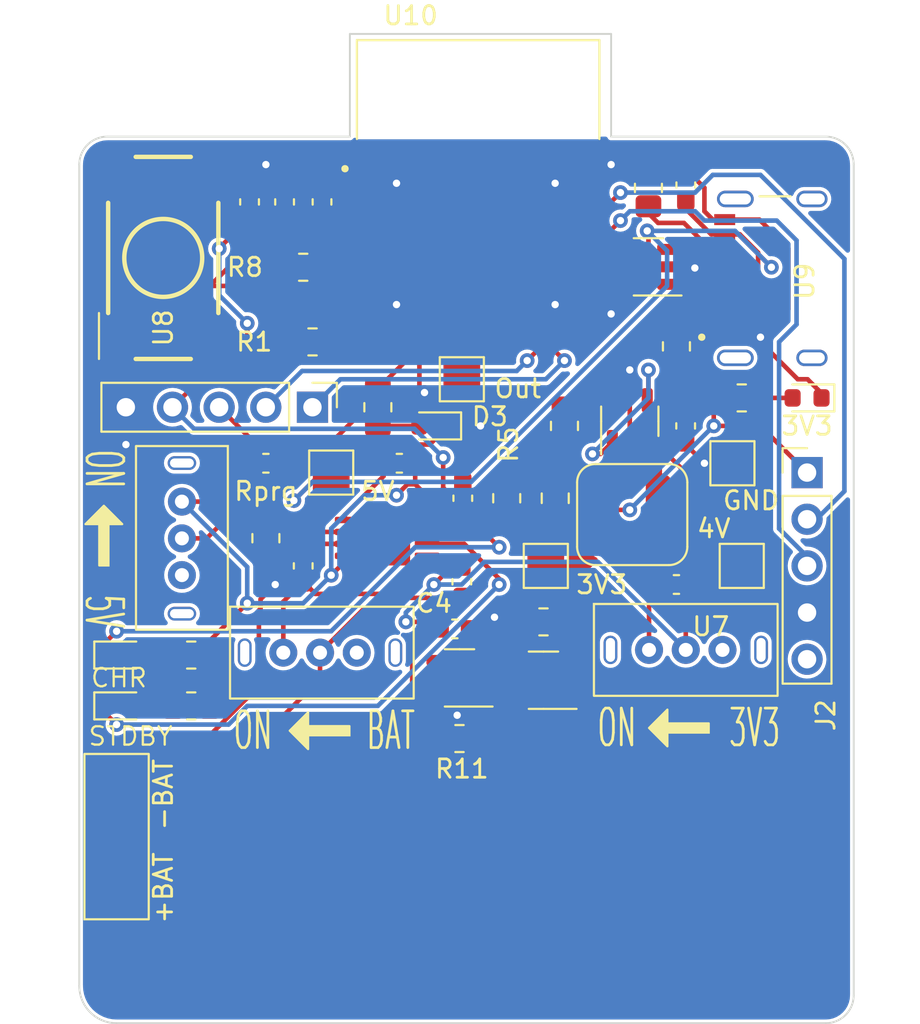
<source format=kicad_pcb>
(kicad_pcb (version 20211014) (generator pcbnew)
  (title_block (title "ECG") (company "Queen's"))
  (layers (0 "F.Cu" signal) (31 "B.Cu" signal) (34 "B.Paste" user) (35 "F.Paste" user) (36 "B.SilkS" user "B.Silkscreen") (37 "F.SilkS" user "F.Silkscreen") (38 "B.Mask" user) (39 "F.Mask" user) (44 "Edge.Cuts" user))
  (net 0 "")
  (net 1 "+3V3")
  (net 2 "BTN")
  (net 3 "+BATT")
  (net 4 "GND")
  (net 5 "+5V")
  (net 6 "BatO")
  (net 7 "+4V")
  (net 8 "Net-(C7-Pad2)")
  (net 9 "In_5V")
  (net 10 "Net-(D1-Pad1)")
  (net 11 "Net-(D1-Pad2)")
  (net 12 "Net-(D2-Pad1)")
  (net 13 "Net-(D2-Pad2)")
  (net 14 "Net-(D3-Pad2)")
  (net 15 "Net-(D4-Pad2)")
  (net 16 "+LO")
  (net 17 "-LO")
  (net 18 "Output")
  (net 19 "/TX")
  (net 20 "/RX")
  (net 21 "Net-(L1-Pad1)")
  (net 22 "LED")
  (net 23 "Net-(R8-Pad2)")
  (net 24 "Net-(R9-Pad1)")
  (net 25 "Net-(R10-Pad1)")
  (net 26 "Net-(Rprog1-Pad1)")
  (net 27 "DN")
  (net 28 "DNO")
  (net 29 "DPO")
  (net 30 "DP")
  (net 59 "Net-(R11-Pad1)")
  (net 60 "Net-(R12-Pad1)")
  (net 61 "Net-(R12-Pad2)")
  (net 63 "Net-(U11-Pad4)")
  (net 65 "Net-(U11-Pad6)")
  (footprint "Connector_PinHeader_2.54mm:PinHeader_1x05_P2.54mm_Vertical" (layer "F.Cu") (at 226.563 89.408 -90)
    (fp_text reference "J1" hide)
    (fp_text value "01x05_Female")
  )
  (footprint "Package_TO_SOT_SMD:SOT-23-6" (layer "F.Cu") (at 239.141 104.267 180)
    (fp_text reference "U11" hide)
    (fp_text value "FS8205A")
  )
  (footprint "Package_SO:MSOP-8-1EP_3x3mm_P0.65mm_EP2.5x3mm_Mask1.73x2.36mm" (layer "F.Cu") (at 230.632 96.52)
    (fp_text reference "U2" hide)
    (fp_text value "TP4056-C21417")
  )
  (footprint "Inductor:CY43-2.2uH" (layer "F.Cu") (at 243.9725 95.25 180)
    (fp_text reference "L1" hide)
    (fp_text value "2.2uH")
  )
  (footprint "Resistor_SMD:R_0805_2012Metric_Pad1.20x1.40mm_HandSolder" (layer "F.Cu") (at 234.569 107.442)
    (fp_text reference "R11")
    (fp_text value "100R")
  )
  (footprint "Capacitor_SMD:C_0603_1608Metric_Pad1.08x0.95mm_HandSolder" (layer "F.Cu") (at 224.028 92.456)
    (fp_text reference "C12" hide)
    (fp_text value "100nF")
  )
  (footprint "Resistor_SMD:R_0805_2012Metric_Pad1.20x1.40mm_HandSolder" (layer "F.Cu") (at 230.124 89.408 -90)
    (fp_text reference "R4" hide)
    (fp_text value "220")
  )
  (footprint "Package_TO_SOT_SMD:SOT-23-5" (layer "F.Cu") (at 243.84 90.17 90)
    (fp_text reference "U6" hide)
    (fp_text value "TLV62568DBV")
  )
  (footprint "Resistor_SMD:R_0805_2012Metric_Pad1.20x1.40mm_HandSolder" (layer "F.Cu") (at 219.964 105.664)
    (fp_text reference "R3" hide)
    (fp_text value "1K")
  )
  (footprint "Capacitor_SMD:C_0603_1608Metric_Pad1.08x0.95mm_HandSolder" (layer "F.Cu") (at 246.38 99.056)
    (fp_text reference "C13" hide)
    (fp_text value "100nF")
  )
  (footprint "ESP32:XCVR_ESP32-C3-MINI-1-N4" (layer "F.Cu") (at 235.585 77.724)
    (fp_text reference "U10")
    (fp_text value "ESP32-C3-MINI-1-N4")
  )
  (footprint "Resistor_SMD:R_0805_2012Metric_Pad1.20x1.40mm_HandSolder" (layer "F.Cu") (at 244.856 77.47 90)
    (fp_text reference "R10" hide)
    (fp_text value "5K1")
  )
  (footprint "Switches:3V3 SWT" (layer "F.Cu") (at 246.888 102.616)
    (fp_text reference "U7")
    (fp_text value "MCU_switch")
  )
  (footprint "Resistor_SMD:R_0805_2012Metric_Pad1.20x1.40mm_HandSolder" (layer "F.Cu") (at 226.568 85.852)
    (fp_text reference "R1")
    (fp_text value "10K")
  )
  (footprint "Capacitor_SMD:C_0603_1608Metric_Pad1.08x0.95mm_HandSolder" (layer "F.Cu") (at 225.046 78.232 -90)
    (fp_text reference "C1" hide)
    (fp_text value "100nF")
  )
  (footprint "Buttons:Tactile_pushbutton_6x6mm" (layer "F.Cu") (at 218.44 81.28 90)
    (fp_text reference "U8")
    (fp_text value "Tactile_push_button_6x6mm")
  )
  (footprint "Capacitor_SMD:C_0603_1608Metric_Pad1.08x0.95mm_HandSolder" (layer "F.Cu") (at 234.315 101.473)
    (fp_text reference "C4")
    (fp_text value "0.1uF")
  )
  (footprint "Switches:5V" (layer "F.Cu") (at 219.456 96.545 -90)
    (fp_text reference "U5" hide)
    (fp_text value "5V_switch")
  )
  (footprint "TestPoint:TestPoint_Pad_2.0x2.0mm" (layer "F.Cu") (at 227.584 92.964)
    (fp_text reference "5V")
    (fp_text value "TP 5V")
  )
  (footprint "TestPoint:TestPoint_Pad_2.0x2.0mm" (layer "F.Cu") (at 249.428 92.456)
    (fp_text reference "GND")
    (fp_text value "TP GND")
  )
  (footprint "Capacitor_SMD:C_0603_1608Metric_Pad1.08x0.95mm_HandSolder" (layer "F.Cu") (at 234.696 98.9065 -90)
    (fp_text reference "C5" hide)
    (fp_text value "100nF")
  )
  (footprint "Connector_PinHeader_2.54mm:PinHeader_1x05_P2.54mm_Vertical" (layer "F.Cu") (at 253.492 92.964)
    (fp_text reference "J2")
    (fp_text value "JST_01x04_Male")
  )
  (footprint "Resistor_SMD:R_0805_2012Metric_Pad1.20x1.40mm_HandSolder" (layer "F.Cu") (at 226.06 81.788)
    (fp_text reference "R8")
    (fp_text value "10K")
  )
  (footprint "Capacitor_SMD:C_0603_1608Metric_Pad1.08x0.95mm_HandSolder" (layer "F.Cu") (at 246.882 90.424 -90)
    (fp_text reference "C6" hide)
    (fp_text value "4.7uF")
  )
  (footprint "USBS:HRO_TYPE-C-31-M-12" (layer "F.Cu") (at 253.7575 82.395 90)
    (fp_text reference "U9")
    (fp_text value "USB-TYPE0-C-16P")
  )
  (footprint "LED_SMD:LED_0603_1608Metric" (layer "F.Cu") (at 216.17 105.664)
    (fp_text reference "STDBY")
    (fp_text value "Green LED")
  )
  (footprint "LED_SMD:LED_0603_1608Metric" (layer "F.Cu") (at 216.17 102.897)
    (fp_text reference "CHR")
    (fp_text value "RED")
  )
  (footprint "Resistor_SMD:R_0805_2012Metric_Pad1.20x1.40mm_HandSolder" (layer "F.Cu") (at 224.028 96.536 -90)
    (fp_text reference "Rprg")
    (fp_text value "1k4")
  )
  (footprint "Capacitor_SMD:C_0603_1608Metric_Pad1.08x0.95mm_HandSolder" (layer "F.Cu") (at 234.749 94.361 90)
    (fp_text reference "C8" hide)
    (fp_text value "10uF")
  )
  (footprint "LED_SMD:LED_0603_1608Metric" (layer "F.Cu") (at 233.172 90.424 180)
    (fp_text reference "D3")
    (fp_text value "Blue LED")
  )
  (footprint "Switches:Battery_swt" (layer "F.Cu") (at 226.976 102.765)
    (fp_text reference "U4" hide)
    (fp_text value "Battery_Switch")
  )
  (footprint "Resistor_SMD:R_0805_2012Metric_Pad1.20x1.40mm_HandSolder" (layer "F.Cu") (at 239.141 101.092 180)
    (fp_text reference "R12" hide)
    (fp_text value "1K")
  )
  (footprint "Package_TO_SOT_SMD:SOT-23-6" (layer "F.Cu") (at 244.856 81.7655 180)
    (fp_text reference "U3" hide)
    (fp_text value "USBLC6-2SC6")
  )
  (footprint "Resistor_SMD:R_0805_2012Metric_Pad1.20x1.40mm_HandSolder" (layer "F.Cu") (at 240.284 90.424 90)
    (fp_text reference "R6" hide)
    (fp_text value "10K")
  )
  (footprint "LED_SMD:LED_0603_1608Metric" (layer "F.Cu") (at 253.492 88.9 180)
    (fp_text reference "3V3")
    (fp_text value "LED")
  )
  (footprint "Resistor_SMD:R_0805_2012Metric_Pad1.20x1.40mm_HandSolder" (layer "F.Cu") (at 237.14025 94.361 90)
    (fp_text reference "R5")
    (fp_text value "45K")
  )
  (footprint "Capacitor_SMD:C_0603_1608Metric_Pad1.08x0.95mm_HandSolder" (layer "F.Cu") (at 226.06 98.044 90)
    (fp_text reference "C2" hide)
    (fp_text value "10uF")
  )
  (footprint "Resistor_SMD:R_0805_2012Metric_Pad1.20x1.40mm_HandSolder" (layer "F.Cu") (at 219.964 102.897)
    (fp_text reference "R2" hide)
    (fp_text value "1K")
  )
  (footprint "Resistor_SMD:R_0805_2012Metric_Pad1.20x1.40mm_HandSolder" (layer "F.Cu") (at 246.38 86.094 -90)
    (fp_text reference "R9" hide)
    (fp_text value "5K1")
  )
  (footprint "TestPoint:TestPoint_Pad_2.0x2.0mm" (layer "F.Cu") (at 234.696 87.884)
    (fp_text reference "Out")
    (fp_text value "TP Output")
  )
  (footprint "Capacitor_SMD:C_0603_1608Metric_Pad1.08x0.95mm_HandSolder" (layer "F.Cu") (at 223.139 78.232 90)
    (fp_text reference "C9" hide)
    (fp_text value "10uF")
  )
  (footprint "TestPoint:TestPoint_Pad_2.0x2.0mm" (layer "F.Cu") (at 249.936 98.044)
    (fp_text reference "4V")
    (fp_text value "TP 4V")
  )
  (footprint "TestPoint:TestPoint_Pad_2.0x2.0mm" (layer "F.Cu") (at 239.268 98.044)
    (fp_text reference "3V3")
    (fp_text value "TP 3V3")
  )
  (footprint "Capacitor_SMD:C_0603_1608Metric_Pad1.08x0.95mm_HandSolder" (layer "F.Cu") (at 227.084 78.232 90)
    (fp_text reference "C10" hide)
    (fp_text value "100nF")
  )
  (footprint "Package_TO_SOT_SMD:SOT-23-6" (layer "F.Cu") (at 234.569 104.14 180)
    (fp_text reference "U12" hide)
    (fp_text value "DW01")
  )
  (footprint "Capacitor_SMD:C_0805_2012Metric_Pad1.18x1.45mm_HandSolder" (layer "F.Cu") (at 239.7815 94.361 90)
    (fp_text reference "C7" hide)
    (fp_text value "10pF")
  )
  (footprint "Capacitor_SMD:C_0603_1608Metric_Pad1.08x0.95mm_HandSolder" (layer "F.Cu") (at 231.2935 92.456 180)
    (fp_text reference "C3" hide)
    (fp_text value "10uF")
  )
  (footprint "Resistor_SMD:R_0805_2012Metric_Pad1.20x1.40mm_HandSolder" (layer "F.Cu") (at 249.936 88.9)
    (fp_text reference "R7" hide)
    (fp_text value "220")
  )
  (footprint "Battery_solder_pads:Battery Solder Pad 2.5x2.0mm" (layer "F.Cu") (at 215.9 113.03 90)
    (fp_text reference "U1" hide)
    (fp_text value "Li-Po")
  )
  (footprint "Capacitor_SMD:C_0603_1608Metric_Pad1.08x0.95mm_HandSolder" (layer "F.Cu") (at 246.89 77.315 90)
    (fp_text reference "C11" hide)
    (fp_text value "10uF")
  )
  (gr_line (start 256.032 76.2) (end 256.032 121.412) (layer "Edge.Cuts") (width 0.1))
  (gr_line (start 254.508 122.936) (end 215.9 122.936) (layer "Edge.Cuts") (width 0.1))
  (gr_arc (start 215.9 122.936) (mid 214.463159 122.340841) (end 213.868 120.904) (layer "Edge.Cuts") (width 0.1))
  (gr_line (start 215.392 74.676) (end 228.6 74.676) (layer "Edge.Cuts") (width 0.1))
  (gr_line (start 228.6 74.676) (end 228.6 69.088) (layer "Edge.Cuts") (width 0.1))
  (gr_arc (start 256.032 121.412) (mid 255.585631 122.489631) (end 254.508 122.936) (layer "Edge.Cuts") (width 0.1))
  (gr_line (start 242.824 69.088) (end 242.824 74.676) (layer "Edge.Cuts") (width 0.1))
  (gr_arc (start 213.868 76.2) (mid 214.314369 75.122369) (end 215.392 74.676) (layer "Edge.Cuts") (width 0.1))
  (gr_line (start 213.868 120.904) (end 213.868 76.2) (layer "Edge.Cuts") (width 0.1))
  (gr_line (start 228.6 69.088) (end 242.824 69.088) (layer "Edge.Cuts") (width 0.1))
  (gr_arc (start 254.508 74.676) (mid 255.585631 75.122369) (end 256.032 76.2) (layer "Edge.Cuts") (width 0.1))
  (gr_line (start 242.824 74.676) (end 254.508 74.676) (layer "Edge.Cuts") (width 0.1))
  (segment (start 253 92.964) (end 253.492 92.964) (width 0.25) (layer "F.Cu") (net 1))
  (segment (start 242.7265 94.996) (end 242.4725 95.25) (width 0.25) (layer "F.Cu") (net 1))
  (segment (start 243.84 94.996) (end 242.7265 94.996) (width 0.25) (layer "F.Cu") (net 1))
  (segment (start 219.969 88.387) (end 220.472 87.884) (width 0.25) (layer "F.Cu") (net 1))
  (segment (start 250.952 90.424) (end 248.412 90.424) (width 0.25) (layer "F.Cu") (net 1))
  (segment (start 224.864 77.3695) (end 223.139 79.0945) (width 0.25) (layer "F.Cu") (net 1))
  (segment (start 219.964 88.387) (end 218.943 89.408) (width 0.25) (layer "F.Cu") (net 1))
  (segment (start 220.472 87.884) (end 221.996 87.884) (width 0.25) (layer "F.Cu") (net 1))
  (segment (start 219.964 88.387) (end 219.969 88.387) (width 0.25) (layer "F.Cu") (net 1))
  (segment (start 248.412 89.424) (end 248.936 88.9) (width 0.25) (layer "F.Cu") (net 1))
  (segment (start 225.046 77.3695) (end 224.864 77.3695) (width 0.25) (layer "F.Cu") (net 1))
  (segment (start 227.084 79.0945) (end 226.771 79.0945) (width 0.25) (layer "F.Cu") (net 1))
  (segment (start 221.488 80.7455) (end 223.139 79.0945) (width 0.25) (layer "F.Cu") (net 1))
  (segment (start 225.06 81.1185) (end 227.084 79.0945) (width 0.25) (layer "F.Cu") (net 1))
  (segment (start 226.771 79.0945) (end 225.046 77.3695) (width 0.25) (layer "F.Cu") (net 1))
  (segment (start 233.68 92.144771) (end 233.68 93.792005) (width 0.25) (layer "F.Cu") (net 1))
  (segment (start 253.492 92.964) (end 250.952 90.424) (width 0.25) (layer "F.Cu") (net 1))
  (segment (start 248.412 90.424) (end 248.412 89.424) (width 0.25) (layer "F.Cu") (net 1))
  (segment (start 225.06 81.788) (end 225.06 81.1185) (width 0.25) (layer "F.Cu") (net 1))
  (segment (start 234.749 94.861005) (end 234.749 95.2235) (width 0.25) (layer "F.Cu") (net 1))
  (segment (start 233.68 93.792005) (end 234.749 94.861005) (width 0.25) (layer "F.Cu") (net 1))
  (segment (start 229.685 78.024) (end 228.808 78.024) (width 0.25) (layer "F.Cu") (net 1))
  (segment (start 221.488 80.772) (end 221.488 80.7455) (width 0.25) (layer "F.Cu") (net 1))
  (segment (start 222.3505 79.0945) (end 220.94 77.684) (width 0.25) (layer "F.Cu") (net 1))
  (segment (start 223.139 79.0945) (end 222.3505 79.0945) (width 0.25) (layer "F.Cu") (net 1))
  (segment (start 227.7375 79.0945) (end 227.084 79.0945) (width 0.25) (layer "F.Cu") (net 1))
  (segment (start 220.94 77.684) (end 220.94 76.78) (width 0.25) (layer "F.Cu") (net 1))
  (segment (start 223.012 84.836) (end 223.012 86.868) (width 0.25) (layer "F.Cu") (net 1))
  (segment (start 228.808 78.024) (end 227.7375 79.0945) (width 0.25) (layer "F.Cu") (net 1))
  (segment (start 223.012 86.868) (end 221.996 87.884) (width 0.25) (layer "F.Cu") (net 1))
  (segment (start 253.254 92.964) (end 254 92.964) (width 0.25) (layer "F.Cu") (net 1))
  (via (at 248.412 90.424) (size 0.8) (drill 0.4) (layers "F.Cu" "B.Cu") (net 1))
  (via (at 243.84 94.996) (size 0.8) (drill 0.4) (layers "F.Cu" "B.Cu") (net 1))
  (via (at 223.012 84.836) (size 0.8) (drill 0.4) (layers "F.Cu" "B.Cu") (net 1))
  (via (at 221.488 80.772) (size 0.8) (drill 0.4) (layers "F.Cu" "B.Cu") (net 1))
  (via (at 233.68 92.144771) (size 0.8) (drill 0.4) (layers "F.Cu" "B.Cu") (net 1))
  (segment (start 221.488 83.312) (end 223.012 84.836) (width 0.25) (layer "B.Cu") (net 1))
  (segment (start 243.84 94.986695) (end 243.84 94.996) (width 0.25) (layer "B.Cu") (net 1))
  (segment (start 221.488 80.772) (end 221.488 83.312) (width 0.25) (layer "B.Cu") (net 1))
  (segment (start 232.118229 90.583) (end 220.118 90.583) (width 0.25) (layer "B.Cu") (net 1))
  (segment (start 233.68 92.144771) (end 232.118229 90.583) (width 0.25) (layer "B.Cu") (net 1))
  (segment (start 248.402695 90.424) (end 243.84 94.986695) (width 0.25) (layer "B.Cu") (net 1))
  (segment (start 220.118 90.583) (end 218.943 89.408) (width 0.25) (layer "B.Cu") (net 1))
  (segment (start 248.412 90.424) (end 248.402695 90.424) (width 0.25) (layer "B.Cu") (net 1))
  (segment (start 224.6895 79.0945) (end 225.046 79.0945) (width 0.25) (layer "F.Cu") (net 2))
  (segment (start 215.94 85.78) (end 218.004 85.78) (width 0.25) (layer "F.Cu") (net 2))
  (segment (start 220.98 82.804) (end 224.6895 79.0945) (width 0.25) (layer "F.Cu") (net 2))
  (segment (start 228.165173 86.868) (end 228.156173 86.877) (width 0.25) (layer "F.Cu") (net 2))
  (segment (start 230.785 85.324) (end 230.785 86.08) (width 0.25) (layer "F.Cu") (net 2))
  (segment (start 222.52 82.804) (end 225.191 85.475) (width 0.25) (layer "F.Cu") (net 2))
  (segment (start 226.593 86.877) (end 225.568 85.852) (width 0.25) (layer "F.Cu") (net 2))
  (segment (start 228.156173 86.877) (end 226.593 86.877) (width 0.25) (layer "F.Cu") (net 2))
  (segment (start 220.98 82.804) (end 222.52 82.804) (width 0.25) (layer "F.Cu") (net 2))
  (segment (start 218.004 85.78) (end 220.98 82.804) (width 0.25) (layer "F.Cu") (net 2))
  (segment (start 230.785 86.08) (end 229.997 86.868) (width 0.25) (layer "F.Cu") (net 2))
  (segment (start 229.997 86.868) (end 228.165173 86.868) (width 0.25) (layer "F.Cu") (net 2))
  (segment (start 235.569 107.442) (end 234.299 108.712) (width 0.25) (layer "F.Cu") (net 3))
  (segment (start 231.994 108.042) (end 231.994 102.9315) (width 0.25) (layer "F.Cu") (net 3))
  (segment (start 246.888 99.4105) (end 247.2425 99.056) (width 0.25) (layer "F.Cu") (net 3))
  (segment (start 234.188 98.044) (end 233.172 99.06) (width 0.25) (layer "F.Cu") (net 3))
  (segment (start 230.857 99.568) (end 226.7215 99.568) (width 0.25) (layer "F.Cu") (net 3))
  (segment (start 246.888 102.616) (end 246.888 99.4105) (width 0.25) (layer "F.Cu") (net 3))
  (segment (start 226.7215 99.568) (end 226.06 98.9065) (width 0.25) (layer "F.Cu") (net 3))
  (segment (start 233.0715 101.092) (end 233.4525 101.473) (width 0.25) (layer "F.Cu") (net 3))
  (segment (start 234.147 97.495) (end 234.696 98.044) (width 0.25) (layer "F.Cu") (net 3))
  (segment (start 234.696 98.044) (end 234.188 98.044) (width 0.25) (layer "F.Cu") (net 3))
  (segment (start 232.664 108.712) (end 231.994 108.042) (width 0.25) (layer "F.Cu") (net 3))
  (segment (start 224.976 99.9905) (end 226.06 98.9065) (width 0.25) (layer "F.Cu") (net 3))
  (segment (start 224.976 102.765) (end 224.976 99.9905) (width 0.25) (layer "F.Cu") (net 3))
  (segment (start 232.68 97.745) (end 230.857 99.568) (width 0.25) (layer "F.Cu") (net 3))
  (segment (start 232.68 97.495) (end 234.147 97.495) (width 0.25) (layer "F.Cu") (net 3))
  (segment (start 231.994 102.9315) (end 233.4525 101.473) (width 0.25) (layer "F.Cu") (net 3))
  (segment (start 234.299 108.712) (end 232.664 108.712) (width 0.25) (layer "F.Cu") (net 3))
  (segment (start 232.68 97.495) (end 232.68 97.745) (width 0.25) (layer "F.Cu") (net 3))
  (segment (start 231.648 101.092) (end 233.0715 101.092) (width 0.25) (layer "F.Cu") (net 3))
  (via (at 233.172 99.06) (size 0.8) (drill 0.4) (layers "F.Cu" "B.Cu") (net 3))
  (via (at 231.648 101.092) (size 0.8) (drill 0.4) (layers "F.Cu" "B.Cu") (net 3))
  (segment (start 234.686695 99.06) (end 235.919695 97.827) (width 0.25) (layer "B.Cu") (net 3))
  (segment (start 233.172 99.06) (end 231.648 100.584) (width 0.25) (layer "B.Cu") (net 3))
  (segment (start 233.172 99.06) (end 234.686695 99.06) (width 0.25) (layer "B.Cu") (net 3))
  (segment (start 235.919695 97.827) (end 242.099 97.827) (width 0.25) (layer "B.Cu") (net 3))
  (segment (start 231.648 100.584) (end 231.648 101.092) (width 0.25) (layer "B.Cu") (net 3))
  (segment (start 242.099 97.827) (end 246.888 102.616) (width 0.25) (layer "B.Cu") (net 3))
  (segment (start 245.9935 81.7655) (end 247.318756 81.7655) (width 0.25) (layer "F.Cu") (net 4))
  (segment (start 216.403 91.435) (end 216.408 91.44) (width 0.25) (layer "F.Cu") (net 4))
  (segment (start 242.098 75.474) (end 242.824 76.2) (width 0.25) (layer "F.Cu") (net 4))
  (segment (start 223.139 77.3695) (end 223.139 77.089) (width 0.25) (layer "F.Cu") (net 4))
  (segment (start 235.1775 101.473) (end 235.839 101.473) (width 0.25) (layer "F.Cu") (net 4))
  (segment (start 216.403 89.408) (end 216.403 91.435) (width 0.25) (layer "F.Cu") (net 4))
  (segment (start 250.955 85.595) (end 249.0075 85.595) (width 0.25) (layer "F.Cu") (net 4))
  (segment (start 242.332 87.376) (end 240.284 89.424) (width 0.25) (layer "F.Cu") (net 4))
  (segment (start 247.904 77.4665) (end 247.904 78.74) (width 0.25) (layer "F.Cu") (net 4))
  (segment (start 237.56 82.399) (end 237.56 80.424) (width 0.25) (layer "F.Cu") (net 4))
  (segment (start 224.028 98.552) (end 224.536 99.06) (width 0.25) (layer "F.Cu") (net 4))
  (segment (start 223.647 104.594173) (end 217.961173 110.28) (width 0.25) (layer "F.Cu") (net 4))
  (segment (start 250.955 85.595) (end 252.476 84.074) (width 0.25) (layer "F.Cu") (net 4))
  (segment (start 230.431 93.165) (end 230.431 92.456) (width 0.25) (layer "F.Cu") (net 4))
  (segment (start 250.899 79.195) (end 249.0075 79.195) (width 0.25) (layer "F.Cu") (net 4))
  (segment (start 223.139 77.089) (end 224.028 76.2) (width 0.25) (layer "F.Cu") (net 4))
  (segment (start 235.585 82.399) (end 235.585 80.424) (width 0.25) (layer "F.Cu") (net 4))
  (segment (start 242.824 84.328) (end 241.778 85.374) (width 0.25) (layer "F.Cu") (net 4))
  (segment (start 252.476 80.772) (end 250.899 79.195) (width 0.25) (layer "F.Cu") (net 4))
  (segment (start 247.904 92.456) (end 246.882 91.434) (width 0.25) (layer "F.Cu") (net 4))
  (segment (start 227.2295 77.224) (end 229.685 77.224) (width 0.25) (layer "F.Cu") (net 4))
  (segment (start 237.56 80.424) (end 237.56 78.449) (width 0.25) (layer "F.Cu") (net 4))
  (segment (start 246.38 87.094) (end 246.098 87.094) (width 0.25) (layer "F.Cu") (net 4))
  (segment (start 233.61 82.399) (end 235.585 82.399) (width 0.25) (layer "F.Cu") (net 4))
  (segment (start 239.141 100.203) (end 238.887 99.949) (width 0.25) (layer "F.Cu") (net 4))
  (segment (start 247.879 85.595) (end 249.0075 85.595) (width 0.25) (layer "F.Cu") (net 4))
  (segment (start 224.3825 97.1815) (end 224.028 97.536) (width 0.25) (layer "F.Cu") (net 4))
  (segment (start 232.385 88.3295) (end 232.385 85.324) (width 0.25) (layer "F.Cu") (net 4))
  (segment (start 244.4925 76.4525) (end 244.475 76.47) (width 0.25) (layer "F.Cu") (net 4))
  (segment (start 244.475 76.47) (end 244.475 76.327) (width 0.25) (layer "F.Cu") (net 4))
  (segment (start 238.887 99.949) (end 237.236 99.949) (width 0.25) (layer "F.Cu") (net 4))
  (segment (start 239.141 104.463751) (end 239.141 100.203) (width 0.25) (layer "F.Cu") (net 4))
  (segment (start 243.622 75.474) (end 241.535 75.474) (width 0.25) (layer "F.Cu") (net 4))
  (segment (start 235.585 80.424) (end 233.61 80.424) (width 0.25) (layer "F.Cu") (net 4))
  (segment (start 235.585 80.424) (end 235.585 78.449) (width 0.25) (layer "F.Cu") (net 4))
  (segment (start 234.442 106.1005) (end 233.4315 105.09) (width 0.25) (layer "F.Cu") (net 4))
  (segment (start 246.098 87.094) (end 245.364 86.36) (width 0.25) (layer "F.Cu") (net 4))
  (segment (start 224.028 97.536) (end 224.028 98.552) (width 0.25) (layer "F.Cu") (net 4))
  (segment (start 240.2785 105.217) (end 239.894249 105.217) (width 0.25) (layer "F.Cu") (net 4))
  (segment (start 228.33 96.845) (end 226.3965 96.845) (width 0.25) (layer "F.Cu") (net 4))
  (segment (start 252.984 87.884) (end 253.5175 87.884) (width 0.25) (layer "F.Cu") (net 4))
  (segment (start 230.431 92.149) (end 231.14 91.44) (width 0.25) (layer "F.Cu") (net 4))
  (segment (start 235.839 101.473) (end 236.474 100.838) (width 0.25) (layer "F.Cu") (net 4))
  (segment (start 252.476 84.074) (end 252.476 80.772) (width 0.25) (layer "F.Cu") (net 4))
  (segment (start 227.084 77.3695) (end 227.2295 77.224) (width 0.25) (layer "F.Cu") (net 4))
  (segment (start 243.84 87.376) (end 242.332 87.376) (width 0.25) (layer "F.Cu") (net 4))
  (segment (start 243.84 86.868) (end 243.84 87.376) (width 0.25) (layer "F.Cu") (net 4))
  (segment (start 224.536 99.06) (end 223.737 99.859) (width 0.25) (layer "F.Cu") (net 4))
  (segment (start 226.3965 96.845) (end 226.06 97.1815) (width 0.25) (layer "F.Cu") (net 4))
  (segment (start 237.236 99.949) (end 236.474 100.711) (width 0.25) (layer "F.Cu") (net 4))
  (segment (start 235.585 82.399) (end 237.56 82.399) (width 0.25) (layer "F.Cu") (net 4))
  (segment (start 217.961173 110.28) (end 215.9 110.28) (width 0.25) (layer "F.Cu") (net 4))
  (segment (start 226.06 97.1815) (end 224.3825 97.1815) (width 0.25) (layer "F.Cu") (net 4))
  (segment (start 223.737 100.376305) (end 223.647 100.466305) (width 0.25) (layer "F.Cu") (net 4))
  (segment (start 237.56 78.449) (end 235.585 78.449) (width 0.25) (layer "F.Cu") (net 4))
  (segment (start 228.33 95.545) (end 228.33 95.266) (width 0.25) (layer "F.Cu") (net 4))
  (segment (start 234.188 90.424) (end 234.696 90.932) (width 0.25) (layer "F.Cu") (net 4))
  (segment (start 246.882 91.434) (end 246.882 91.2865) (width 0.25) (layer "F.Cu") (net 4))
  (segment (start 249.428 92.456) (end 247.904 92.456) (width 0.25) (layer "F.Cu") (net 4))
  (segment (start 239.894249 105.217) (end 239.141 104.463751) (width 0.25) (layer "F.Cu") (net 4))
  (segment (start 247.318756 81.7655) (end 247.382314 81.829058) (width 0.25) (layer "F.Cu") (net 4))
  (segment (start 243.84 87.376) (end 243.84 91.3075) (width 0.25) (layer "F.Cu") (net 4))
  (segment (start 227.568 85.852) (end 229.157 85.852) (width 0.25) (layer "F.Cu") (net 4))
  (segment (start 234.442 106.172) (end 234.442 106.1005) (width 0.25) (layer "F.Cu") (net 4))
  (segment (start 234.696 90.932) (end 234.696 93.4455) (width 0.25) (layer "F.Cu") (net 4))
  (segment (start 244.348 86.36) (end 243.84 86.868) (width 0.25) (layer "F.Cu") (net 4))
  (segment (start 228.33 95.266) (end 230.431 93.165) (width 0.25) (layer "F.Cu") (net 4))
  (segment (start 229.157 85.852) (end 229.635 85.374) (width 0.25) (layer "F.Cu") (net 4))
  (segment (start 232.9435 91.44) (end 233.9595 90.424) (width 0.25) (layer "F.Cu") (net 4))
  (segment (start 248.412 79.248) (end 248.9545 79.248) (width 0.25) (layer "F.Cu") (net 4))
  (segment (start 223.647 100.466305) (end 223.647 104.594173) (width 0.25) (layer "F.Cu") (net 4))
  (segment (start 245.364 86.36) (end 244.348 86.36) (width 0.25) (layer "F.Cu") (net 4))
  (segment (start 247.904 78.74) (end 248.412 79.248) (width 0.25) (layer "F.Cu") (net 4))
  (segment (start 233.61 82.399) (end 233.61 80.424) (width 0.25) (layer "F.Cu") (net 4))
  (segment (start 225.9145 76.2) (end 227.084 77.3695) (width 0.25) (layer "F.Cu") (net 4))
  (segment (start 244.475 76.327) (end 243.622 75.474) (width 0.25) (layer "F.Cu") (net 4))
  (segment (start 248.9545 79.248) (end 249.0075 79.195) (width 0.25) (layer "F.Cu") (net 4))
  (segment (start 237.56 80.424) (end 235.585 80.424) (width 0.25) (layer "F.Cu") (net 4))
  (segment (start 235.712 90.424) (end 233.9595 90.424) (width 0.25) (layer "F.Cu") (net 4))
  (segment (start 232.664 88.6085) (end 232.385 88.3295) (width 0.25) (layer "F.Cu") (net 4))
  (segment (start 249.0075 85.595) (end 250.695 85.595) (width 0.25) (layer "F.Cu") (net 4))
  (segment (start 233.61 78.449) (end 235.585 78.449) (width 0.25) (layer "F.Cu") (net 4))
  (segment (start 246.38 87.094) (end 247.879 85.595) (width 0.25) (layer "F.Cu") (net 4))
  (segment (start 246.89 76.4525) (end 244.4925 76.4525) (width 0.25) (layer "F.Cu") (net 4))
  (segment (start 234.696 93.4455) (end 234.749 93.4985) (width 0.25) (layer "F.Cu") (net 4))
  (segment (start 250.695 85.595) (end 252.984 87.884) (width 0.25) (layer "F.Cu") (net 4))
  (segment (start 241.535 75.474) (end 242.098 75.474) (width 0.25) (layer "F.Cu") (net 4))
  (segment (start 233.61 78.449) (end 233.61 80.424) (width 0.25) (layer "F.Cu") (net 4))
  (segment (start 223.737 99.859) (end 223.737 100.376305) (width 0.25) (layer "F.Cu") (net 4))
  (segment (start 231.14 91.44) (end 232.9435 91.44) (width 0.25) (layer "F.Cu") (net 4))
  (segment (start 233.9595 90.424) (end 234.188 90.424) (width 0.25) (layer "F.Cu") (net 4))
  (segment (start 253.5175 87.884) (end 254.5335 88.9) (width 0.25) (layer "F.Cu") (net 4))
  (segment (start 236.474 100.711) (end 236.474 100.838) (width 0.25) (layer "F.Cu") (net 4))
  (segment (start 241.778 85.374) (end 241.535 85.374) (width 0.25) (layer "F.Cu") (net 4))
  (segment (start 245.896749 87.094) (end 246.38 87.094) (width 0.25) (layer "F.Cu") (net 4))
  (segment (start 224.028 76.2) (end 225.9145 76.2) (width 0.25) (layer "F.Cu") (net 4))
  (segment (start 246.89 76.4525) (end 247.904 77.4665) (width 0.25) (layer "F.Cu") (net 4))
  (via (at 242.824 84.328) (size 0.8) (drill 0.4) (layers "F.Cu" "B.Cu") (net 4))
  (via (at 242.824 76.2) (size 0.8) (drill 0.4) (layers "F.Cu" "B.Cu") (net 4))
  (via (at 232.664 88.6085) (size 0.8) (drill 0.4) (layers "F.Cu" "B.Cu") (net 4))
  (via (at 231.14 77.216) (size 0.8) (drill 0.4) (layers "F.Cu" "B.Cu") (net 4))
  (via (at 250.955 85.595) (size 0.8) (drill 0.4) (layers "F.Cu" "B.Cu") (net 4))
  (via (at 243.84 87.376) (size 0.8) (drill 0.4) (layers "F.Cu" "B.Cu") (net 4))
  (via (at 224.028 76.2) (size 0.8) (drill 0.4) (layers "F.Cu" "B.Cu") (net 4))
  (via (at 239.776 77.216) (size 0.8) (drill 0.4) (layers "F.Cu" "B.Cu") (net 4))
  (via (at 247.382314 81.829058) (size 0.8) (drill 0.4) (layers "F.Cu" "B.Cu") (net 4))
  (via (at 231.14 83.82) (size 0.8) (drill 0.4) (layers "F.Cu" "B.Cu") (net 4))
  (via (at 235.712 90.424) (size 0.8) (drill 0.4) (layers "F.Cu" "B.Cu") (net 4))
  (via (at 247.904 92.456) (size 0.8) (drill 0.4) (layers "F.Cu" "B.Cu") (net 4))
  (via (at 234.442 106.172) (size 0.8) (drill 0.4) (layers "F.Cu" "B.Cu") (net 4))
  (via (at 236.474 100.838) (size 0.8) (drill 0.4) (layers "F.Cu" "B.Cu") (net 4))
  (via (at 216.408 91.44) (size 0.8) (drill 0.4) (layers "F.Cu" "B.Cu") (net 4))
  (via (at 239.776 83.82) (size 0.8) (drill 0.4) (layers "F.Cu" "B.Cu") (net 4))
  (via (at 224.536 99.06) (size 0.8) (drill 0.4) (layers "F.Cu" "B.Cu") (net 4))
  (segment (start 221.0765 94.545) (end 223.1655 92.456) (width 0.25) (layer "F.Cu") (net 5))
  (segment (start 220.964 105.664) (end 220.964 102.897) (width 0.25) (layer "F.Cu") (net 5))
  (segment (start 219.456 94.545) (end 221.0765 94.545) (width 0.25) (layer "F.Cu") (net 5))
  (segment (start 232.156 93.601) (end 232.156 92.456) (width 0.25) (layer "F.Cu") (net 5))
  (segment (start 223.012 100.076) (end 220.964 102.124) (width 0.25) (layer "F.Cu") (net 5))
  (segment (start 228.33 97.806) (end 227.584 98.552) (width 0.25) (layer "F.Cu") (net 5))
  (segment (start 231.7355 93.601) (end 231.14 94.1965) (width 0.25) (layer "F.Cu") (net 5))
  (segment (start 232.68 94.125) (end 232.156 93.601) (width 0.25) (layer "F.Cu") (net 5))
  (segment (start 219.456 94.545) (end 219.456 94.488) (width 0.25) (layer "F.Cu") (net 5))
  (segment (start 220.964 102.124) (end 220.964 102.897) (width 0.25) (layer "F.Cu") (net 5))
  (segment (start 232.68 95.545) (end 232.68 94.125) (width 0.25) (layer "F.Cu") (net 5))
  (segment (start 228.33 97.495) (end 228.33 97.806) (width 0.25) (layer "F.Cu") (net 5))
  (segment (start 232.156 93.601) (end 231.7355 93.601) (width 0.25) (layer "F.Cu") (net 5))
  (via (at 223.012 100.076) (size 0.8) (drill 0.4) (layers "F.Cu" "B.Cu") (net 5))
  (via (at 231.14 94.1965) (size 0.8) (drill 0.4) (layers "F.Cu" "B.Cu") (net 5))
  (via (at 227.584 98.552) (size 0.8) (drill 0.4) (layers "F.Cu" "B.Cu") (net 5))
  (segment (start 227.584 96.012) (end 227.584 98.552) (width 0.25) (layer "B.Cu") (net 5))
  (segment (start 223.012 100.076) (end 223.012 98.101) (width 0.25) (layer "B.Cu") (net 5))
  (segment (start 227.584 98.552) (end 226.06 100.076) (width 0.25) (layer "B.Cu") (net 5))
  (segment (start 231.14 94.1965) (end 229.3995 94.1965) (width 0.25) (layer "B.Cu") (net 5))
  (segment (start 229.3995 94.1965) (end 227.584 96.012) (width 0.25) (layer "B.Cu") (net 5))
  (segment (start 223.012 98.101) (end 219.456 94.545) (width 0.25) (layer "B.Cu") (net 5))
  (segment (start 226.06 100.076) (end 223.012 100.076) (width 0.25) (layer "B.Cu") (net 5))
  (segment (start 226.976 104.204) (end 215.9 115.28) (width 0.25) (layer "F.Cu") (net 6))
  (segment (start 229.284 100.457) (end 226.976 102.765) (width 0.25) (layer "F.Cu") (net 6))
  (segment (start 230.886 100.457) (end 229.284 100.457) (width 0.25) (layer "F.Cu") (net 6))
  (segment (start 234.696 99.769) (end 234.68 99.785) (width 0.25) (layer "F.Cu") (net 6))
  (segment (start 231.558 99.785) (end 230.886 100.457) (width 0.25) (layer "F.Cu") (net 6))
  (segment (start 234.68 99.785) (end 231.558 99.785) (width 0.25) (layer "F.Cu") (net 6))
  (segment (start 226.976 102.765) (end 226.976 104.204) (width 0.25) (layer "F.Cu") (net 6))
  (segment (start 245.9225 89.7655) (end 245.7185 89.5615) (width 0.25) (layer "F.Cu") (net 7))
  (segment (start 245.7185 89.5615) (end 245.319 89.5615) (width 0.25) (layer "F.Cu") (net 7))
  (segment (start 247.396 98.044) (end 246.5295 98.044) (width 0.25) (layer "F.Cu") (net 7))
  (segment (start 247.396 93.481305) (end 245.9225 92.007805) (width 0.25) (layer "F.Cu") (net 7))
  (segment (start 244.856 87.376) (end 244.856 88.9665) (width 0.25) (layer "F.Cu") (net 7))
  (segment (start 247.396 98.044) (end 247.396 93.481305) (width 0.25) (layer "F.Cu") (net 7))
  (segment (start 245.9225 92.007805) (end 245.9225 89.7655) (width 0.25) (layer "F.Cu") (net 7))
  (segment (start 241.808 91.948) (end 242.2495 91.948) (width 0.25) (layer "F.Cu") (net 7))
  (segment (start 242.2495 91.948) (end 242.89 91.3075) (width 0.25) (layer "F.Cu") (net 7))
  (segment (start 246.5295 98.044) (end 245.5175 99.056) (width 0.25) (layer "F.Cu") (net 7))
  (segment (start 244.888 102.616) (end 244.888 99.6855) (width 0.25) (layer "F.Cu") (net 7))
  (segment (start 244.856 88.9665) (end 244.79 89.0325) (width 0.25) (layer "F.Cu") (net 7))
  (segment (start 246.882 89.5615) (end 245.7185 89.5615) (width 0.25) (layer "F.Cu") (net 7))
  (segment (start 249.936 98.044) (end 247.396 98.044) (width 0.25) (layer "F.Cu") (net 7))
  (segment (start 244.888 99.6855) (end 245.5175 99.056) (width 0.25) (layer "F.Cu") (net 7))
  (segment (start 245.319 89.5615) (end 244.79 89.0325) (width 0.25) (layer "F.Cu") (net 7))
  (via (at 244.856 87.376) (size 0.8) (drill 0.4) (layers "F.Cu" "B.Cu") (net 7))
  (via (at 241.808 91.948) (size 0.8) (drill 0.4) (layers "F.Cu" "B.Cu") (net 7))
  (segment (start 244.856 88.9) (end 241.808 91.948) (width 0.25) (layer "B.Cu") (net 7))
  (segment (start 244.856 87.376) (end 244.856 88.9) (width 0.25) (layer "B.Cu") (net 7))
  (segment (start 239.744 93.361) (end 239.7815 93.3235) (width 0.25) (layer "F.Cu") (net 8))
  (segment (start 239.7815 91.9265) (end 240.284 91.424) (width 0.25) (layer "F.Cu") (net 8))
  (segment (start 237.14025 93.361) (end 239.744 93.361) (width 0.25) (layer "F.Cu") (net 8))
  (segment (start 239.7815 93.3235) (end 239.7815 91.9265) (width 0.25) (layer "F.Cu") (net 8))
  (segment (start 240.4985 91.424) (end 240.284 91.424) (width 0.25) (layer "F.Cu") (net 8))
  (segment (start 242.89 89.0325) (end 240.4985 91.424) (width 0.25) (layer "F.Cu") (net 8))
  (segment (start 244.787744 79.807342) (end 244.856 79.875598) (width 0.25) (layer "F.Cu") (net 9))
  (segment (start 244.3705 81.7655) (end 243.7185 81.7655) (width 0.25) (layer "F.Cu") (net 9))
  (segment (start 244.856 79.875598) (end 244.856 81.28) (width 0.25) (layer "F.Cu") (net 9))
  (segment (start 249.7565 79.995) (end 249.0075 79.995) (width 0.25) (layer "F.Cu") (net 9))
  (segment (start 224.8905 92.456) (end 225.3985 92.964) (width 0.25) (layer "F.Cu") (net 9))
  (segment (start 250.825 84.455) (end 250.485 84.795) (width 0.25) (layer "F.Cu") (net 9))
  (segment (start 249.8275 79.995) (end 249.0075 79.995) (width 0.25) (layer "F.Cu") (net 9))
  (segment (start 246.89 78.615) (end 248.27 79.995) (width 0.25) (layer "F.Cu") (net 9))
  (segment (start 220.8015 96.545) (end 219.456 96.545) (width 0.25) (layer "F.Cu") (net 9))
  (segment (start 225.3985 92.964) (end 227.584 92.964) (width 0.25) (layer "F.Cu") (net 9))
  (segment (start 224.8905 92.456) (end 220.8015 96.545) (width 0.25) (layer "F.Cu") (net 9))
  (segment (start 250.825 80.9925) (end 250.825 84.455) (width 0.25) (layer "F.Cu") (net 9))
  (segment (start 227.076 92.964) (end 227.584 92.964) (width 0.25) (layer "F.Cu") (net 9))
  (segment (start 250.485 84.795) (end 249.0075 84.795) (width 0.25) (layer "F.Cu") (net 9))
  (segment (start 251.5495 81.788) (end 249.7565 79.995) (width 0.25) (layer "F.Cu") (net 9))
  (segment (start 244.856 81.28) (end 244.3705 81.7655) (width 0.25) (layer "F.Cu") (net 9))
  (segment (start 225.552 94.488) (end 227.076 92.964) (width 0.25) (layer "F.Cu") (net 9))
  (segment (start 246.89 78.1775) (end 246.89 78.615) (width 0.25) (layer "F.Cu") (net 9))
  (segment (start 250.825 80.9925) (end 249.8275 79.995) (width 0.25) (layer "F.Cu") (net 9))
  (segment (start 248.27 79.995) (end 249.0075 79.995) (width 0.25) (layer "F.Cu") (net 9))
  (via (at 244.787744 79.807342) (size 0.8) (drill 0.4) (layers "F.Cu" "B.Cu") (net 9))
  (via (at 225.552 94.488) (size 0.8) (drill 0.4) (layers "F.Cu" "B.Cu") (net 9))
  (via (at 251.5495 81.788) (size 0.8) (drill 0.4) (layers "F.Cu" "B.Cu") (net 9))
  (segment (start 226.568 93.472) (end 235.204 93.472) (width 0.25) (layer "B.Cu") (net 9))
  (segment (start 249.568842 79.807342) (end 244.787744 79.807342) (width 0.25) (layer "B.Cu") (net 9))
  (segment (start 225.552 94.488) (end 226.568 93.472) (width 0.25) (layer "B.Cu") (net 9))
  (segment (start 245.872 80.891598) (end 245.872 82.804) (width 0.25) (layer "B.Cu") (net 9))
  (segment (start 245.872 82.804) (end 235.204 93.472) (width 0.25) (layer "B.Cu") (net 9))
  (segment (start 244.787744 79.807342) (end 245.872 80.891598) (width 0.25) (layer "B.Cu") (net 9))
  (segment (start 251.5495 81.788) (end 249.568842 79.807342) (width 0.25) (layer "B.Cu") (net 9))
  (segment (start 215.3825 102.1175) (end 215.9 101.6) (width 0.25) (layer "F.Cu") (net 10))
  (segment (start 235.895 96.195) (end 236.728 97.028) (width 0.25) (layer "F.Cu") (net 10))
  (segment (start 215.3825 102.897) (end 215.3825 102.1175) (width 0.25) (layer "F.Cu") (net 10))
  (segment (start 232.68 96.195) (end 235.895 96.195) (width 0.25) (layer "F.Cu") (net 10))
  (via (at 236.728 97.028) (size 0.8) (drill 0.4) (layers "F.Cu" "B.Cu") (net 10))
  (via (at 215.9 101.6) (size 0.8) (drill 0.4) (layers "F.Cu" "B.Cu") (net 10))
  (segment (start 232.156 97.028) (end 227.584 101.6) (width 0.25) (layer "B.Cu") (net 10))
  (segment (start 227.584 101.6) (end 215.9 101.6) (width 0.25) (layer "B.Cu") (net 10))
  (segment (start 236.728 97.028) (end 232.156 97.028) (width 0.25) (layer "B.Cu") (net 10))
  (segment (start 216.9575 102.897) (end 218.964 102.897) (width 0.25) (layer "F.Cu") (net 11))
  (segment (start 215.3825 106.1625) (end 215.3825 105.664) (width 0.25) (layer "F.Cu") (net 12))
  (segment (start 234.829995 96.845) (end 232.68 96.845) (width 0.25) (layer "F.Cu") (net 12))
  (segment (start 215.9 106.68) (end 215.3825 106.1625) (width 0.25) (layer "F.Cu") (net 12))
  (segment (start 236.728 99.06) (end 236.728 98.743005) (width 0.25) (layer "F.Cu") (net 12))
  (segment (start 236.728 98.743005) (end 234.829995 96.845) (width 0.25) (layer "F.Cu") (net 12))
  (via (at 236.728 99.06) (size 0.8) (drill 0.4) (layers "F.Cu" "B.Cu") (net 12))
  (via (at 215.9 106.68) (size 0.8) (drill 0.4) (layers "F.Cu" "B.Cu") (net 12))
  (segment (start 223.012 105.664) (end 230.124 105.664) (width 0.25) (layer "B.Cu") (net 12))
  (segment (start 221.996 106.68) (end 223.012 105.664) (width 0.25) (layer "B.Cu") (net 12))
  (segment (start 215.9 106.68) (end 221.996 106.68) (width 0.25) (layer "B.Cu") (net 12))
  (segment (start 230.124 105.664) (end 236.728 99.06) (width 0.25) (layer "B.Cu") (net 12))
  (segment (start 216.9575 105.664) (end 218.964 105.664) (width 0.25) (layer "F.Cu") (net 13))
  (segment (start 230.14 90.424) (end 230.124 90.408) (width 0.25) (layer "F.Cu") (net 14))
  (segment (start 232.3845 90.424) (end 230.14 90.424) (width 0.25) (layer "F.Cu") (net 14))
  (segment (start 252.9585 88.9) (end 250.936 88.9) (width 0.25) (layer "F.Cu") (net 15))
  (segment (start 240.284 86.868) (end 239.585 86.169) (width 0.25) (layer "F.Cu") (net 16))
  (segment (start 239.585 86.169) (end 239.585 85.324) (width 0.25) (layer "F.Cu") (net 16))
  (via (at 240.284 86.868) (size 0.8) (drill 0.4) (layers "F.Cu" "B.Cu") (net 16))
  (segment (start 240.284 86.868) (end 239.268 87.884) (width 0.25) (layer "B.Cu") (net 16))
  (segment (start 228.087 87.884) (end 226.563 89.408) (width 0.25) (layer "B.Cu") (net 16))
  (segment (start 239.268 87.884) (end 228.087 87.884) (width 0.25) (layer "B.Cu") (net 16))
  (segment (start 238.785 86.335) (end 238.252 86.868) (width 0.25) (layer "F.Cu") (net 17))
  (segment (start 238.785 85.324) (end 238.785 86.335) (width 0.25) (layer "F.Cu") (net 17))
  (via (at 238.252 86.868) (size 0.8) (drill 0.4) (layers "F.Cu" "B.Cu") (net 17))
  (segment (start 238.252 86.868) (end 237.686 87.434) (width 0.25) (layer "B.Cu") (net 17))
  (segment (start 225.997 87.434) (end 224.023 89.408) (width 0.25) (layer "B.Cu") (net 17))
  (segment (start 237.686 87.434) (end 225.997 87.434) (width 0.25) (layer "B.Cu") (net 17))
  (segment (start 229.510827 89.408) (end 233.172 89.408) (width 0.25) (layer "F.Cu") (net 18))
  (segment (start 223.409827 91.334827) (end 227.584 91.334827) (width 0.25) (layer "F.Cu") (net 18))
  (segment (start 227.584 91.334827) (end 229.510827 89.408) (width 0.25) (layer "F.Cu") (net 18))
  (segment (start 233.985 87.173) (end 234.696 87.884) (width 0.25) (layer "F.Cu") (net 18))
  (segment (start 221.483 89.408) (end 223.409827 91.334827) (width 0.25) (layer "F.Cu") (net 18))
  (segment (start 233.172 89.408) (end 234.696 87.884) (width 0.25) (layer "F.Cu") (net 18))
  (segment (start 233.985 85.324) (end 233.985 87.173) (width 0.25) (layer "F.Cu") (net 18))
  (segment (start 242.316 79.248) (end 242.316 78.74) (width 0.25) (layer "F.Cu") (net 19))
  (segment (start 241.485 79.624) (end 241.94 79.624) (width 0.25) (layer "F.Cu") (net 19))
  (segment (start 242.316 78.74) (end 243.332 77.724) (width 0.25) (layer "F.Cu") (net 19))
  (segment (start 241.94 79.624) (end 242.316 79.248) (width 0.25) (layer "F.Cu") (net 19))
  (via (at 243.332 77.724) (size 0.8) (drill 0.4) (layers "F.Cu" "B.Cu") (net 19))
  (segment (start 255.524 93.98) (end 254 95.504) (width 0.25) (layer "B.Cu") (net 19))
  (segment (start 250.952 76.760516) (end 248.359484 76.760516) (width 0.25) (layer "B.Cu") (net 19))
  (segment (start 250.952 76.760516) (end 255.524 81.332516) (width 0.25) (layer "B.Cu") (net 19))
  (segment (start 248.359484 76.760516) (end 247.396 77.724) (width 0.25) (layer "B.Cu") (net 19))
  (segment (start 243.332 77.724) (end 247.396 77.724) (width 0.25) (layer "B.Cu") (net 19))
  (segment (start 255.524 81.332516) (end 255.524 93.98) (width 0.25) (layer "B.Cu") (net 19))
  (segment (start 242.156 80.424) (end 243.332 79.248) (width 0.25) (layer "F.Cu") (net 20))
  (segment (start 241.485 80.424) (end 242.156 80.424) (width 0.25) (layer "F.Cu") (net 20))
  (via (at 243.332 79.248) (size 0.8) (drill 0.4) (layers "F.Cu" "B.Cu") (net 20))
  (segment (start 243.84 78.74) (end 247.396 78.74) (width 0.25) (layer "B.Cu") (net 20))
  (segment (start 252.919802 84.900198) (end 251.968 85.852) (width 0.25) (layer "B.Cu") (net 20))
  (segment (start 247.396 78.74) (end 247.904 79.248) (width 0.25) (layer "B.Cu") (net 20))
  (segment (start 251.968 85.852) (end 251.968 96.012) (width 0.25) (layer "B.Cu") (net 20))
  (segment (start 251.968 96.012) (end 254 98.044) (width 0.25) (layer "B.Cu") (net 20))
  (segment (start 252.919802 80.328198) (end 252.919802 84.900198) (width 0.25) (layer "B.Cu") (net 20))
  (segment (start 247.904 79.248) (end 251.839604 79.248) (width 0.25) (layer "B.Cu") (net 20))
  (segment (start 251.839604 79.248) (end 252.919802 80.328198) (width 0.25) (layer "B.Cu") (net 20))
  (segment (start 243.332 79.248) (end 243.84 78.74) (width 0.25) (layer "B.Cu") (net 20))
  (segment (start 245.4725 95.25) (end 245.4725 91.99) (width 0.25) (layer "F.Cu") (net 21))
  (segment (start 245.4725 91.99) (end 244.79 91.3075) (width 0.25) (layer "F.Cu") (net 21))
  (segment (start 231.585 85.324) (end 231.585 86.947) (width 0.25) (layer "F.Cu") (net 22))
  (segment (start 231.585 86.947) (end 230.124 88.408) (width 0.25) (layer "F.Cu") (net 22))
  (segment (start 227.296 82.024) (end 229.685 82.024) (width 0.25) (layer "F.Cu") (net 23))
  (segment (start 227.06 81.788) (end 227.296 82.024) (width 0.25) (layer "F.Cu") (net 23))
  (segment (start 249.0075 84.145) (end 247.329 84.145) (width 0.25) (layer "F.Cu") (net 24))
  (segment (start 247.329 84.145) (end 246.38 85.094) (width 0.25) (layer "F.Cu") (net 24))
  (segment (start 249.0075 80.645) (end 248.057751 80.645) (width 0.25) (layer "F.Cu") (net 25))
  (segment (start 245.38 79.375) (end 244.475 78.47) (width 0.25) (layer "F.Cu") (net 25))
  (segment (start 246.787751 79.375) (end 245.38 79.375) (width 0.25) (layer "F.Cu") (net 25))
  (segment (start 248.057751 80.645) (end 246.787751 79.375) (width 0.25) (layer "F.Cu") (net 25))
  (segment (start 228.33 96.195) (end 224.687 96.195) (width 0.25) (layer "F.Cu") (net 26))
  (segment (start 224.687 96.195) (end 224.028 95.536) (width 0.25) (layer "F.Cu") (net 26))
  (segment (start 248.063 82.645) (end 246.318 82.645) (width 0.2) (layer "F.Cu") (net 27))
  (segment (start 247.904 82.486) (end 248.063 82.645) (width 0.2) (layer "F.Cu") (net 27))
  (segment (start 246.318 82.645) (end 246.2475 82.7155) (width 0.2) (layer "F.Cu") (net 27))
  (segment (start 248.055 82.145) (end 247.904 82.296) (width 0.2) (layer "F.Cu") (net 27))
  (segment (start 249.0075 82.645) (end 248.063 82.645) (width 0.2) (layer "F.Cu") (net 27))
  (segment (start 247.904 82.296) (end 247.904 82.486) (width 0.2) (layer "F.Cu") (net 27))
  (segment (start 249.0075 82.145) (end 248.055 82.145) (width 0.2) (layer "F.Cu") (net 27))
  (segment (start 241.485 83.624) (end 242.512 83.624) (width 0.25) (layer "F.Cu") (net 28))
  (segment (start 243.4205 82.7155) (end 243.9725 82.7155) (width 0.25) (layer "F.Cu") (net 28))
  (segment (start 242.512 83.624) (end 243.4205 82.7155) (width 0.25) (layer "F.Cu") (net 28))
  (segment (start 242.57 81.026) (end 242.7805 80.8155) (width 0.25) (layer "F.Cu") (net 29))
  (segment (start 242.273251 82.824) (end 242.57 82.527251) (width 0.25) (layer "F.Cu") (net 29))
  (segment (start 242.57 82.527251) (end 242.57 81.026) (width 0.25) (layer "F.Cu") (net 29))
  (segment (start 242.7805 80.8155) (end 243.9725 80.8155) (width 0.25) (layer "F.Cu") (net 29))
  (segment (start 241.485 82.824) (end 242.273251 82.824) (width 0.25) (layer "F.Cu") (net 29))
  (segment (start 249.0075 81.645) (end 248.1875 81.645) (width 0.2) (layer "F.Cu") (net 30))
  (segment (start 247.358 80.8155) (end 246.2475 80.8155) (width 0.2) (layer "F.Cu") (net 30))
  (segment (start 249.8275 83.145) (end 250.19 82.7825) (width 0.2) (layer "F.Cu") (net 30))
  (segment (start 249.0075 83.145) (end 249.8275 83.145) (width 0.2) (layer "F.Cu") (net 30))
  (segment (start 248.1875 81.645) (end 247.358 80.8155) (width 0.2) (layer "F.Cu") (net 30))
  (segment (start 250.19 82.7825) (end 250.19 81.915) (width 0.2) (layer "F.Cu") (net 30))
  (segment (start 250.19 81.915) (end 249.92 81.645) (width 0.2) (layer "F.Cu") (net 30))
  (segment (start 249.92 81.645) (end 249.0075 81.645) (width 0.2) (layer "F.Cu") (net 30))
  (segment (start 232.444 106.317) (end 232.444 104.36) (width 0.25) (layer "F.Cu") (net 59))
  (segment (start 232.664 104.14) (end 233.4315 104.14) (width 0.25) (layer "F.Cu") (net 59))
  (segment (start 233.569 107.442) (end 232.444 106.317) (width 0.25) (layer "F.Cu") (net 59))
  (segment (start 232.444 104.36) (end 232.664 104.14) (width 0.25) (layer "F.Cu") (net 59))
  (segment (start 240.141 103.1795) (end 240.2785 103.317) (width 0.25) (layer "F.Cu") (net 60))
  (segment (start 240.141 101.092) (end 240.141 103.1795) (width 0.25) (layer "F.Cu") (net 60))
  (segment (start 235.077 104.14) (end 235.7065 104.14) (width 0.25) (layer "F.Cu") (net 61))
  (segment (start 236.668 102.565) (end 234.997249 102.565) (width 0.25) (layer "F.Cu") (net 61))
  (segment (start 234.696 103.759) (end 235.077 104.14) (width 0.25) (layer "F.Cu") (net 61))
  (segment (start 234.997249 102.565) (end 234.696 102.866249) (width 0.25) (layer "F.Cu") (net 61))
  (segment (start 234.696 102.866249) (end 234.696 103.759) (width 0.25) (layer "F.Cu") (net 61))
  (segment (start 238.141 101.092) (end 236.668 102.565) (width 0.25) (layer "F.Cu") (net 61))
  (segment (start 235.8335 103.317) (end 235.7065 103.19) (width 0.25) (layer "F.Cu") (net 63))
  (segment (start 238.0035 103.317) (end 235.8335 103.317) (width 0.25) (layer "F.Cu") (net 63))
  (segment (start 235.8335 105.217) (end 235.7065 105.09) (width 0.25) (layer "F.Cu") (net 65))
  (segment (start 238.0035 105.217) (end 235.8335 105.217) (width 0.25) (layer "F.Cu") (net 65))
  (zone (net 1) (net_name "+3V3") (layer "F.Cu") (connect_pads (clearance 0.2)) (min_thickness 0.254) (fill yes (thermal_gap 0.2) (thermal_bridge_width 0.5) (smoothing fillet))
    (polygon (pts (xy 242.824 97.028) (xy 240.792 99.06) (xy 238.76 99.06) (xy 238.76 97.028) (xy 237.236 95.504) (xy 234.696 95.504) (xy 234.696 94.996) (xy 242.824 94.996)))
  )
  (zone (net 4) (net_name "GND") (layer "F.Cu") (connect_pads (clearance 0.2)) (min_thickness 0.254) (fill yes (thermal_gap 0.2) (thermal_bridge_width 0.5) (smoothing fillet) (radius 0.25))
    (polygon (pts (xy 241.808 85.852) (xy 229.108 85.852) (xy 229.108 75.184) (xy 241.808 75.184)))
  )
  (zone (net 4) (net_name "GND") (layer "B.Cu") (connect_pads yes (clearance 0.2)) (min_thickness 0.254) (fill yes (thermal_gap 0.2) (thermal_bridge_width 0.5) (smoothing fillet) (radius 5))
    (polygon (pts (xy 256.032 122.936) (xy 213.868 122.936) (xy 213.868 74.676) (xy 256.032 74.676)))
  )
)
</source>
